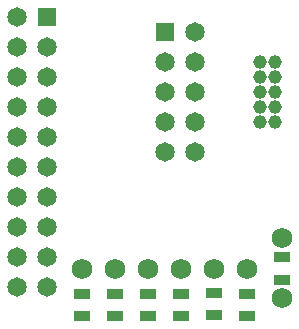
<source format=gts>
G04 Layer_Color=8388736*
%FSLAX25Y25*%
%MOIN*%
G70*
G01*
G75*
%ADD24R,0.05709X0.03347*%
%ADD25R,0.06496X0.06496*%
%ADD26C,0.06496*%
%ADD27R,0.06496X0.06496*%
%ADD28C,0.06890*%
%ADD29C,0.04528*%
D24*
X172031Y113000D02*
D03*
Y105520D02*
D03*
X183031Y112740D02*
D03*
Y105260D02*
D03*
X150031Y112740D02*
D03*
Y105260D02*
D03*
X161031Y112740D02*
D03*
Y105260D02*
D03*
X128032Y112740D02*
D03*
Y105260D02*
D03*
X139032Y112740D02*
D03*
Y105260D02*
D03*
X194421Y124921D02*
D03*
Y117441D02*
D03*
D25*
X116181Y205000D02*
D03*
D26*
Y195000D02*
D03*
Y185000D02*
D03*
Y175000D02*
D03*
Y165000D02*
D03*
Y155000D02*
D03*
Y145000D02*
D03*
Y135000D02*
D03*
Y125000D02*
D03*
Y115000D02*
D03*
X106181Y205000D02*
D03*
Y195000D02*
D03*
Y185000D02*
D03*
Y175000D02*
D03*
Y165000D02*
D03*
Y155000D02*
D03*
Y145000D02*
D03*
Y135000D02*
D03*
Y125000D02*
D03*
Y115000D02*
D03*
X165453Y200000D02*
D03*
X155453Y190000D02*
D03*
Y180000D02*
D03*
Y170000D02*
D03*
Y160000D02*
D03*
X165453Y190000D02*
D03*
Y180000D02*
D03*
Y170000D02*
D03*
Y160000D02*
D03*
D27*
X155453Y200000D02*
D03*
D28*
X183031Y121000D02*
D03*
X172031D02*
D03*
X161031D02*
D03*
X150031D02*
D03*
X139032D02*
D03*
X128032D02*
D03*
X194421Y131181D02*
D03*
Y111181D02*
D03*
D29*
X187126Y190020D02*
D03*
Y185020D02*
D03*
Y180020D02*
D03*
Y175020D02*
D03*
Y170020D02*
D03*
X192126Y190020D02*
D03*
Y185020D02*
D03*
Y180020D02*
D03*
Y175020D02*
D03*
Y170020D02*
D03*
M02*

</source>
